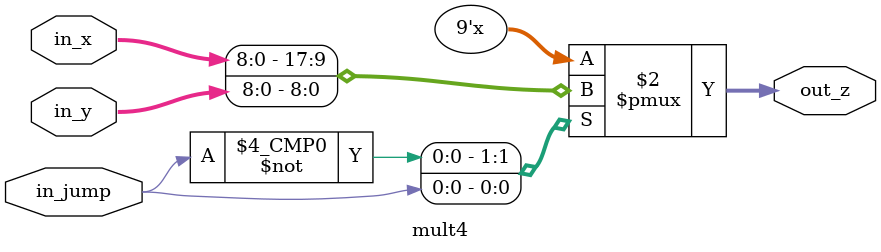
<source format=v>
module mult4(
input in_jump,
input [8:0] in_x, in_y,
output reg [8:0] out_z
);
always@(*)
begin 
	case (in_jump)
		1'b0:
			begin
				out_z=in_x;
			end
		1'b1:
			begin
				out_z=in_y;
			end
		endcase
	end

endmodule 
</source>
